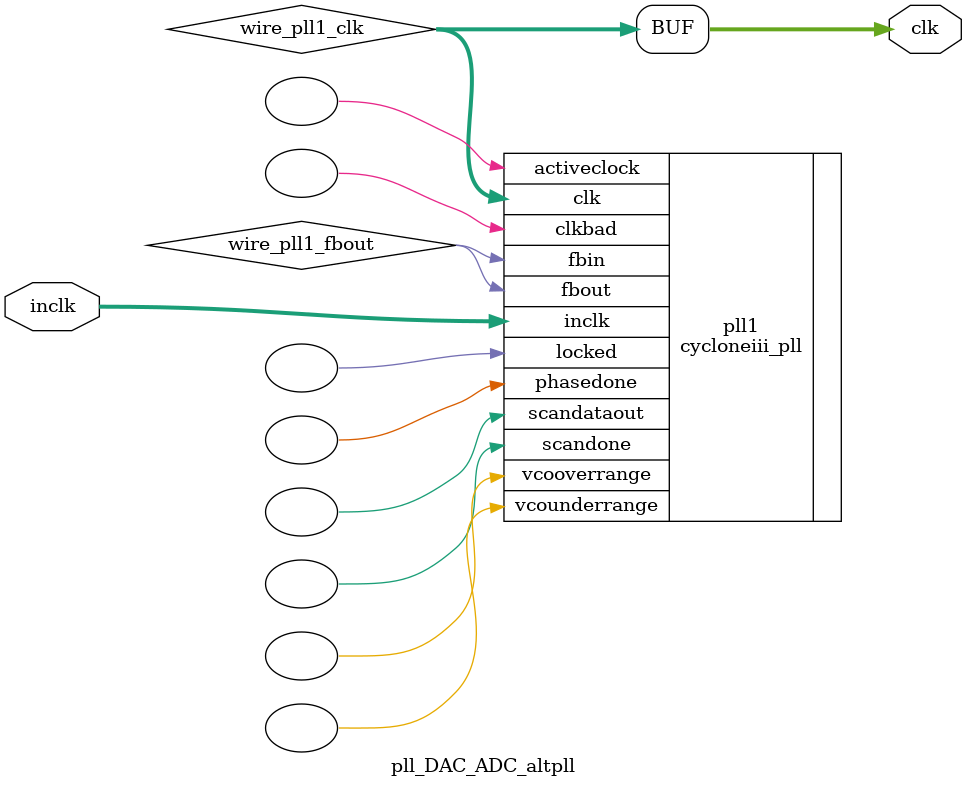
<source format=v>






//synthesis_resources = cycloneiii_pll 1 
//synopsys translate_off
`timescale 1 ps / 1 ps
//synopsys translate_on
module  pll_DAC_ADC_altpll
	( 
	clk,
	inclk) /* synthesis synthesis_clearbox=1 */;
	output   [4:0]  clk;
	input   [1:0]  inclk;
`ifndef ALTERA_RESERVED_QIS
// synopsys translate_off
`endif
	tri0   [1:0]  inclk;
`ifndef ALTERA_RESERVED_QIS
// synopsys translate_on
`endif

	wire  [4:0]   wire_pll1_clk;
	wire  wire_pll1_fbout;

	cycloneiii_pll   pll1
	( 
	.activeclock(),
	.clk(wire_pll1_clk),
	.clkbad(),
	.fbin(wire_pll1_fbout),
	.fbout(wire_pll1_fbout),
	.inclk(inclk),
	.locked(),
	.phasedone(),
	.scandataout(),
	.scandone(),
	.vcooverrange(),
	.vcounderrange()
	`ifndef FORMAL_VERIFICATION
	// synopsys translate_off
	`endif
	,
	.areset(1'b0),
	.clkswitch(1'b0),
	.configupdate(1'b0),
	.pfdena(1'b1),
	.phasecounterselect({3{1'b0}}),
	.phasestep(1'b0),
	.phaseupdown(1'b0),
	.scanclk(1'b0),
	.scanclkena(1'b1),
	.scandata(1'b0)
	`ifndef FORMAL_VERIFICATION
	// synopsys translate_on
	`endif
	);
	defparam
		pll1.bandwidth_type = "auto",
		pll1.clk0_divide_by = 5,
		pll1.clk0_duty_cycle = 50,
		pll1.clk0_multiply_by = 8,
		pll1.clk0_phase_shift = "0",
		pll1.clk1_divide_by = 5,
		pll1.clk1_duty_cycle = 50,
		pll1.clk1_multiply_by = 2,
		pll1.clk1_phase_shift = "0",
		pll1.compensate_clock = "clk0",
		pll1.inclk0_input_frequency = 20000,
		pll1.operation_mode = "normal",
		pll1.pll_type = "auto",
		pll1.lpm_type = "cycloneiii_pll";
	assign
		clk = {wire_pll1_clk[4:0]};
endmodule //pll_DAC_ADC_altpll
//VALID FILE

</source>
